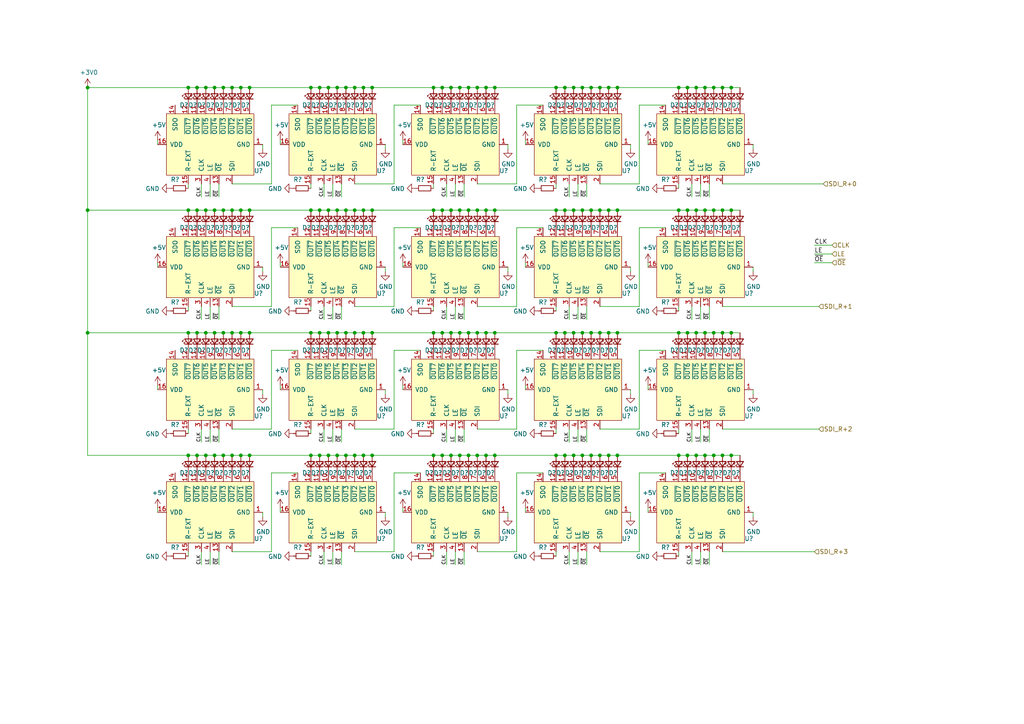
<source format=kicad_sch>
(kicad_sch (version 20211123) (generator eeschema)
  (paper "A4")
  (junction (at 54.61 60.96))
  (junction (at 97.79 25.4))
  (junction (at 59.69 96.52))
  (junction (at 100.33 25.4))
  (junction (at 138.43 60.96))
  (junction (at 69.85 25.4))
  (junction (at 143.51 96.52))
  (junction (at 95.25 96.52))
  (junction (at 130.81 96.52))
  (junction (at 171.45 25.4))
  (junction (at 62.23 96.52))
  (junction (at 168.91 96.52))
  (junction (at 166.37 60.96))
  (junction (at 166.37 132.08))
  (junction (at 125.73 25.4))
  (junction (at 57.15 60.96))
  (junction (at 59.69 60.96))
  (junction (at 133.35 60.96))
  (junction (at 54.61 96.52))
  (junction (at 102.87 132.08))
  (junction (at 62.23 25.4))
  (junction (at 72.39 25.4))
  (junction (at 207.01 132.08))
  (junction (at 207.01 60.96))
  (junction (at 212.09 25.4))
  (junction (at 173.99 96.52))
  (junction (at 95.25 25.4))
  (junction (at 140.97 60.96))
  (junction (at 173.99 25.4))
  (junction (at 57.15 25.4))
  (junction (at 107.95 96.52))
  (junction (at 135.89 60.96))
  (junction (at 209.55 60.96))
  (junction (at 201.93 132.08))
  (junction (at 168.91 132.08))
  (junction (at 95.25 60.96))
  (junction (at 64.77 60.96))
  (junction (at 204.47 60.96))
  (junction (at 201.93 60.96))
  (junction (at 171.45 96.52))
  (junction (at 179.07 96.52))
  (junction (at 97.79 60.96))
  (junction (at 179.07 132.08))
  (junction (at 207.01 25.4))
  (junction (at 64.77 25.4))
  (junction (at 72.39 60.96))
  (junction (at 128.27 25.4))
  (junction (at 57.15 96.52))
  (junction (at 105.41 96.52))
  (junction (at 67.31 60.96))
  (junction (at 176.53 96.52))
  (junction (at 54.61 132.08))
  (junction (at 102.87 60.96))
  (junction (at 135.89 132.08))
  (junction (at 133.35 25.4))
  (junction (at 163.83 132.08))
  (junction (at 176.53 132.08))
  (junction (at 173.99 60.96))
  (junction (at 102.87 25.4))
  (junction (at 25.4 96.52))
  (junction (at 107.95 60.96))
  (junction (at 92.71 96.52))
  (junction (at 163.83 25.4))
  (junction (at 212.09 96.52))
  (junction (at 176.53 25.4))
  (junction (at 97.79 96.52))
  (junction (at 171.45 132.08))
  (junction (at 62.23 60.96))
  (junction (at 161.29 60.96))
  (junction (at 179.07 25.4))
  (junction (at 199.39 96.52))
  (junction (at 212.09 132.08))
  (junction (at 64.77 132.08))
  (junction (at 92.71 132.08))
  (junction (at 138.43 132.08))
  (junction (at 128.27 132.08))
  (junction (at 166.37 25.4))
  (junction (at 133.35 132.08))
  (junction (at 196.85 60.96))
  (junction (at 90.17 25.4))
  (junction (at 128.27 60.96))
  (junction (at 201.93 96.52))
  (junction (at 196.85 96.52))
  (junction (at 168.91 25.4))
  (junction (at 212.09 60.96))
  (junction (at 57.15 132.08))
  (junction (at 64.77 96.52))
  (junction (at 176.53 60.96))
  (junction (at 107.95 25.4))
  (junction (at 143.51 132.08))
  (junction (at 135.89 25.4))
  (junction (at 171.45 60.96))
  (junction (at 161.29 25.4))
  (junction (at 67.31 132.08))
  (junction (at 168.91 60.96))
  (junction (at 138.43 25.4))
  (junction (at 209.55 96.52))
  (junction (at 69.85 96.52))
  (junction (at 100.33 132.08))
  (junction (at 97.79 132.08))
  (junction (at 100.33 60.96))
  (junction (at 130.81 25.4))
  (junction (at 163.83 60.96))
  (junction (at 166.37 96.52))
  (junction (at 54.61 25.4))
  (junction (at 196.85 132.08))
  (junction (at 95.25 132.08))
  (junction (at 92.71 25.4))
  (junction (at 201.93 25.4))
  (junction (at 125.73 60.96))
  (junction (at 207.01 96.52))
  (junction (at 72.39 132.08))
  (junction (at 140.97 96.52))
  (junction (at 179.07 60.96))
  (junction (at 209.55 132.08))
  (junction (at 199.39 60.96))
  (junction (at 59.69 132.08))
  (junction (at 105.41 132.08))
  (junction (at 140.97 132.08))
  (junction (at 72.39 96.52))
  (junction (at 140.97 25.4))
  (junction (at 204.47 96.52))
  (junction (at 135.89 96.52))
  (junction (at 67.31 25.4))
  (junction (at 90.17 132.08))
  (junction (at 67.31 96.52))
  (junction (at 143.51 25.4))
  (junction (at 138.43 96.52))
  (junction (at 128.27 96.52))
  (junction (at 105.41 25.4))
  (junction (at 163.83 96.52))
  (junction (at 199.39 132.08))
  (junction (at 105.41 60.96))
  (junction (at 204.47 25.4))
  (junction (at 125.73 96.52))
  (junction (at 196.85 25.4))
  (junction (at 161.29 96.52))
  (junction (at 107.95 132.08))
  (junction (at 25.4 25.4))
  (junction (at 25.4 60.96))
  (junction (at 209.55 25.4))
  (junction (at 143.51 60.96))
  (junction (at 130.81 60.96))
  (junction (at 62.23 132.08))
  (junction (at 90.17 96.52))
  (junction (at 69.85 132.08))
  (junction (at 133.35 96.52))
  (junction (at 90.17 60.96))
  (junction (at 69.85 60.96))
  (junction (at 92.71 60.96))
  (junction (at 59.69 25.4))
  (junction (at 130.81 132.08))
  (junction (at 125.73 132.08))
  (junction (at 100.33 96.52))
  (junction (at 199.39 25.4))
  (junction (at 102.87 96.52))
  (junction (at 204.47 132.08))
  (junction (at 173.99 132.08))
  (junction (at 161.29 132.08))
  (wire (pts (xy 185.42 30.48) (xy 185.42 53.34)))
  (wire (pts (xy 54.61 54.61) (xy 54.61 53.34)))
  (wire (pts (xy 76.2 43.18) (xy 76.2 41.91)))
  (wire (pts (xy 212.09 25.4) (xy 214.63 25.4)))
  (wire (pts (xy 78.74 30.48) (xy 78.74 53.34)))
  (wire (pts (xy 62.23 96.52) (xy 64.77 96.52)))
  (wire (pts (xy 173.99 96.52) (xy 176.53 96.52)))
  (wire (pts (xy 125.73 54.61) (xy 125.73 53.34)))
  (wire (pts (xy 132.08 124.46) (xy 132.08 128.27)))
  (wire (pts (xy 187.96 111.76) (xy 187.96 113.03)))
  (wire (pts (xy 199.39 60.96) (xy 201.93 60.96)))
  (wire (pts (xy 128.27 96.52) (xy 130.81 96.52)))
  (wire (pts (xy 218.44 77.47) (xy 218.44 78.74)))
  (wire (pts (xy 90.17 132.08) (xy 72.39 132.08)))
  (wire (pts (xy 129.54 53.34) (xy 129.54 57.15)))
  (wire (pts (xy 86.36 66.04) (xy 78.74 66.04)))
  (wire (pts (xy 196.85 60.96) (xy 179.07 60.96)))
  (wire (pts (xy 212.09 60.96) (xy 214.63 60.96)))
  (wire (pts (xy 182.88 77.47) (xy 182.88 78.74)))
  (wire (pts (xy 97.79 96.52) (xy 100.33 96.52)))
  (wire (pts (xy 90.17 96.52) (xy 72.39 96.52)))
  (wire (pts (xy 138.43 96.52) (xy 140.97 96.52)))
  (wire (pts (xy 173.99 60.96) (xy 176.53 60.96)))
  (wire (pts (xy 241.3 71.12) (xy 236.22 71.12)))
  (wire (pts (xy 149.86 101.6) (xy 149.86 124.46)))
  (wire (pts (xy 134.62 88.9) (xy 134.62 92.71)))
  (wire (pts (xy 132.08 160.02) (xy 132.08 163.83)))
  (wire (pts (xy 125.73 25.4) (xy 128.27 25.4)))
  (wire (pts (xy 196.85 132.08) (xy 199.39 132.08)))
  (wire (pts (xy 114.3 88.9) (xy 102.87 88.9)))
  (wire (pts (xy 171.45 25.4) (xy 173.99 25.4)))
  (wire (pts (xy 135.89 60.96) (xy 138.43 60.96)))
  (wire (pts (xy 135.89 96.52) (xy 138.43 96.52)))
  (wire (pts (xy 134.62 160.02) (xy 134.62 163.83)))
  (wire (pts (xy 212.09 132.08) (xy 214.63 132.08)))
  (wire (pts (xy 45.72 111.76) (xy 45.72 113.03)))
  (wire (pts (xy 63.5 160.02) (xy 63.5 163.83)))
  (wire (pts (xy 205.74 88.9) (xy 205.74 92.71)))
  (wire (pts (xy 138.43 132.08) (xy 140.97 132.08)))
  (wire (pts (xy 170.18 88.9) (xy 170.18 92.71)))
  (wire (pts (xy 135.89 132.08) (xy 138.43 132.08)))
  (wire (pts (xy 78.74 101.6) (xy 78.74 124.46)))
  (wire (pts (xy 54.61 25.4) (xy 57.15 25.4)))
  (wire (pts (xy 163.83 96.52) (xy 166.37 96.52)))
  (wire (pts (xy 130.81 60.96) (xy 133.35 60.96)))
  (wire (pts (xy 62.23 132.08) (xy 64.77 132.08)))
  (wire (pts (xy 58.42 53.34) (xy 58.42 57.15)))
  (wire (pts (xy 57.15 132.08) (xy 59.69 132.08)))
  (wire (pts (xy 166.37 25.4) (xy 168.91 25.4)))
  (wire (pts (xy 147.32 148.59) (xy 147.32 149.86)))
  (wire (pts (xy 59.69 25.4) (xy 62.23 25.4)))
  (wire (pts (xy 209.55 160.02) (xy 236.22 160.02)))
  (wire (pts (xy 62.23 60.96) (xy 64.77 60.96)))
  (wire (pts (xy 57.15 60.96) (xy 59.69 60.96)))
  (wire (pts (xy 45.72 76.2) (xy 45.72 77.47)))
  (wire (pts (xy 161.29 60.96) (xy 163.83 60.96)))
  (wire (pts (xy 165.1 88.9) (xy 165.1 92.71)))
  (wire (pts (xy 196.85 25.4) (xy 179.07 25.4)))
  (wire (pts (xy 78.74 160.02) (xy 67.31 160.02)))
  (wire (pts (xy 25.4 25.4) (xy 25.4 60.96)))
  (wire (pts (xy 111.76 77.47) (xy 111.76 78.74)))
  (wire (pts (xy 165.1 160.02) (xy 165.1 163.83)))
  (wire (pts (xy 63.5 124.46) (xy 63.5 128.27)))
  (wire (pts (xy 167.64 53.34) (xy 167.64 57.15)))
  (wire (pts (xy 64.77 60.96) (xy 67.31 60.96)))
  (wire (pts (xy 166.37 132.08) (xy 168.91 132.08)))
  (wire (pts (xy 140.97 60.96) (xy 143.51 60.96)))
  (wire (pts (xy 212.09 96.52) (xy 214.63 96.52)))
  (wire (pts (xy 205.74 160.02) (xy 205.74 163.83)))
  (wire (pts (xy 176.53 60.96) (xy 179.07 60.96)))
  (wire (pts (xy 99.06 124.46) (xy 99.06 128.27)))
  (wire (pts (xy 130.81 96.52) (xy 133.35 96.52)))
  (wire (pts (xy 90.17 96.52) (xy 92.71 96.52)))
  (wire (pts (xy 114.3 160.02) (xy 102.87 160.02)))
  (wire (pts (xy 133.35 96.52) (xy 135.89 96.52)))
  (wire (pts (xy 54.61 161.29) (xy 54.61 160.02)))
  (wire (pts (xy 90.17 161.29) (xy 90.17 160.02)))
  (wire (pts (xy 209.55 124.46) (xy 237.49 124.46)))
  (wire (pts (xy 218.44 148.59) (xy 218.44 149.86)))
  (wire (pts (xy 97.79 60.96) (xy 100.33 60.96)))
  (wire (pts (xy 116.84 40.64) (xy 116.84 41.91)))
  (wire (pts (xy 200.66 124.46) (xy 200.66 128.27)))
  (wire (pts (xy 81.28 111.76) (xy 81.28 113.03)))
  (wire (pts (xy 129.54 88.9) (xy 129.54 92.71)))
  (wire (pts (xy 116.84 76.2) (xy 116.84 77.47)))
  (wire (pts (xy 96.52 160.02) (xy 96.52 163.83)))
  (wire (pts (xy 114.3 124.46) (xy 102.87 124.46)))
  (wire (pts (xy 96.52 53.34) (xy 96.52 57.15)))
  (wire (pts (xy 196.85 54.61) (xy 196.85 53.34)))
  (wire (pts (xy 209.55 60.96) (xy 212.09 60.96)))
  (wire (pts (xy 173.99 25.4) (xy 176.53 25.4)))
  (wire (pts (xy 182.88 148.59) (xy 182.88 149.86)))
  (wire (pts (xy 185.42 66.04) (xy 185.42 88.9)))
  (wire (pts (xy 196.85 96.52) (xy 199.39 96.52)))
  (wire (pts (xy 128.27 132.08) (xy 130.81 132.08)))
  (wire (pts (xy 209.55 25.4) (xy 212.09 25.4)))
  (wire (pts (xy 149.86 53.34) (xy 138.43 53.34)))
  (wire (pts (xy 57.15 96.52) (xy 59.69 96.52)))
  (wire (pts (xy 92.71 60.96) (xy 95.25 60.96)))
  (wire (pts (xy 54.61 96.52) (xy 57.15 96.52)))
  (wire (pts (xy 185.42 160.02) (xy 173.99 160.02)))
  (wire (pts (xy 114.3 66.04) (xy 114.3 88.9)))
  (wire (pts (xy 187.96 40.64) (xy 187.96 41.91)))
  (wire (pts (xy 125.73 96.52) (xy 107.95 96.52)))
  (wire (pts (xy 78.74 53.34) (xy 67.31 53.34)))
  (wire (pts (xy 193.04 137.16) (xy 185.42 137.16)))
  (wire (pts (xy 149.86 137.16) (xy 149.86 160.02)))
  (wire (pts (xy 78.74 88.9) (xy 67.31 88.9)))
  (wire (pts (xy 102.87 25.4) (xy 105.41 25.4)))
  (wire (pts (xy 168.91 132.08) (xy 171.45 132.08)))
  (wire (pts (xy 204.47 96.52) (xy 207.01 96.52)))
  (wire (pts (xy 128.27 25.4) (xy 130.81 25.4)))
  (wire (pts (xy 209.55 132.08) (xy 212.09 132.08)))
  (wire (pts (xy 167.64 88.9) (xy 167.64 92.71)))
  (wire (pts (xy 64.77 25.4) (xy 67.31 25.4)))
  (wire (pts (xy 121.92 30.48) (xy 114.3 30.48)))
  (wire (pts (xy 203.2 160.02) (xy 203.2 163.83)))
  (wire (pts (xy 203.2 53.34) (xy 203.2 57.15)))
  (wire (pts (xy 129.54 124.46) (xy 129.54 128.27)))
  (wire (pts (xy 92.71 25.4) (xy 95.25 25.4)))
  (wire (pts (xy 62.23 25.4) (xy 64.77 25.4)))
  (wire (pts (xy 125.73 90.17) (xy 125.73 88.9)))
  (wire (pts (xy 168.91 25.4) (xy 171.45 25.4)))
  (wire (pts (xy 90.17 54.61) (xy 90.17 53.34)))
  (wire (pts (xy 102.87 60.96) (xy 105.41 60.96)))
  (wire (pts (xy 105.41 132.08) (xy 107.95 132.08)))
  (wire (pts (xy 105.41 25.4) (xy 107.95 25.4)))
  (wire (pts (xy 166.37 96.52) (xy 168.91 96.52)))
  (wire (pts (xy 69.85 60.96) (xy 72.39 60.96)))
  (wire (pts (xy 92.71 96.52) (xy 95.25 96.52)))
  (wire (pts (xy 97.79 25.4) (xy 100.33 25.4)))
  (wire (pts (xy 241.3 76.2) (xy 236.22 76.2)))
  (wire (pts (xy 138.43 25.4) (xy 140.97 25.4)))
  (wire (pts (xy 58.42 88.9) (xy 58.42 92.71)))
  (wire (pts (xy 81.28 40.64) (xy 81.28 41.91)))
  (wire (pts (xy 125.73 60.96) (xy 128.27 60.96)))
  (wire (pts (xy 76.2 114.3) (xy 76.2 113.03)))
  (wire (pts (xy 193.04 66.04) (xy 185.42 66.04)))
  (wire (pts (xy 157.48 137.16) (xy 149.86 137.16)))
  (wire (pts (xy 149.86 88.9) (xy 138.43 88.9)))
  (wire (pts (xy 140.97 96.52) (xy 143.51 96.52)))
  (wire (pts (xy 128.27 60.96) (xy 130.81 60.96)))
  (wire (pts (xy 121.92 66.04) (xy 114.3 66.04)))
  (wire (pts (xy 111.76 41.91) (xy 111.76 43.18)))
  (wire (pts (xy 134.62 53.34) (xy 134.62 57.15)))
  (wire (pts (xy 167.64 124.46) (xy 167.64 128.27)))
  (wire (pts (xy 132.08 53.34) (xy 132.08 57.15)))
  (wire (pts (xy 25.4 132.08) (xy 25.4 96.52)))
  (wire (pts (xy 165.1 124.46) (xy 165.1 128.27)))
  (wire (pts (xy 93.98 124.46) (xy 93.98 128.27)))
  (wire (pts (xy 67.31 132.08) (xy 69.85 132.08)))
  (wire (pts (xy 81.28 147.32) (xy 81.28 148.59)))
  (wire (pts (xy 168.91 96.52) (xy 171.45 96.52)))
  (wire (pts (xy 218.44 113.03) (xy 218.44 114.3)))
  (wire (pts (xy 166.37 60.96) (xy 168.91 60.96)))
  (wire (pts (xy 161.29 132.08) (xy 163.83 132.08)))
  (wire (pts (xy 196.85 132.08) (xy 179.07 132.08)))
  (wire (pts (xy 57.15 25.4) (xy 59.69 25.4)))
  (wire (pts (xy 171.45 60.96) (xy 173.99 60.96)))
  (wire (pts (xy 102.87 132.08) (xy 105.41 132.08)))
  (wire (pts (xy 67.31 25.4) (xy 69.85 25.4)))
  (wire (pts (xy 196.85 125.73) (xy 196.85 124.46)))
  (wire (pts (xy 86.36 137.16) (xy 78.74 137.16)))
  (wire (pts (xy 133.35 60.96) (xy 135.89 60.96)))
  (wire (pts (xy 207.01 132.08) (xy 209.55 132.08)))
  (wire (pts (xy 58.42 124.46) (xy 58.42 128.27)))
  (wire (pts (xy 59.69 96.52) (xy 62.23 96.52)))
  (wire (pts (xy 60.96 160.02) (xy 60.96 163.83)))
  (wire (pts (xy 78.74 124.46) (xy 67.31 124.46)))
  (wire (pts (xy 163.83 25.4) (xy 166.37 25.4)))
  (wire (pts (xy 59.69 60.96) (xy 62.23 60.96)))
  (wire (pts (xy 193.04 30.48) (xy 185.42 30.48)))
  (wire (pts (xy 161.29 25.4) (xy 163.83 25.4)))
  (wire (pts (xy 196.85 60.96) (xy 199.39 60.96)))
  (wire (pts (xy 147.32 77.47) (xy 147.32 78.74)))
  (wire (pts (xy 90.17 60.96) (xy 92.71 60.96)))
  (wire (pts (xy 95.25 25.4) (xy 97.79 25.4)))
  (wire (pts (xy 163.83 132.08) (xy 166.37 132.08)))
  (wire (pts (xy 59.69 132.08) (xy 62.23 132.08)))
  (wire (pts (xy 69.85 132.08) (xy 72.39 132.08)))
  (wire (pts (xy 125.73 125.73) (xy 125.73 124.46)))
  (wire (pts (xy 161.29 132.08) (xy 143.51 132.08)))
  (wire (pts (xy 95.25 132.08) (xy 97.79 132.08)))
  (wire (pts (xy 199.39 96.52) (xy 201.93 96.52)))
  (wire (pts (xy 241.3 73.66) (xy 236.22 73.66)))
  (wire (pts (xy 187.96 76.2) (xy 187.96 77.47)))
  (wire (pts (xy 138.43 60.96) (xy 140.97 60.96)))
  (wire (pts (xy 121.92 101.6) (xy 114.3 101.6)))
  (wire (pts (xy 201.93 60.96) (xy 204.47 60.96)))
  (wire (pts (xy 60.96 124.46) (xy 60.96 128.27)))
  (wire (pts (xy 204.47 60.96) (xy 207.01 60.96)))
  (wire (pts (xy 125.73 25.4) (xy 107.95 25.4)))
  (wire (pts (xy 204.47 25.4) (xy 207.01 25.4)))
  (wire (pts (xy 130.81 25.4) (xy 133.35 25.4)))
  (wire (pts (xy 173.99 132.08) (xy 176.53 132.08)))
  (wire (pts (xy 200.66 160.02) (xy 200.66 163.83)))
  (wire (pts (xy 171.45 132.08) (xy 173.99 132.08)))
  (wire (pts (xy 54.61 132.08) (xy 25.4 132.08)))
  (wire (pts (xy 54.61 125.73) (xy 54.61 124.46)))
  (wire (pts (xy 152.4 40.64) (xy 152.4 41.91)))
  (wire (pts (xy 201.93 132.08) (xy 204.47 132.08)))
  (wire (pts (xy 167.64 160.02) (xy 167.64 163.83)))
  (wire (pts (xy 205.74 53.34) (xy 205.74 57.15)))
  (wire (pts (xy 204.47 132.08) (xy 207.01 132.08)))
  (wire (pts (xy 105.41 96.52) (xy 107.95 96.52)))
  (wire (pts (xy 45.72 147.32) (xy 45.72 148.59)))
  (wire (pts (xy 45.72 40.64) (xy 45.72 41.91)))
  (wire (pts (xy 129.54 160.02) (xy 129.54 163.83)))
  (wire (pts (xy 63.5 53.34) (xy 63.5 57.15)))
  (wire (pts (xy 90.17 90.17) (xy 90.17 88.9)))
  (wire (pts (xy 152.4 111.76) (xy 152.4 113.03)))
  (wire (pts (xy 196.85 25.4) (xy 199.39 25.4)))
  (wire (pts (xy 200.66 88.9) (xy 200.66 92.71)))
  (wire (pts (xy 99.06 53.34) (xy 99.06 57.15)))
  (wire (pts (xy 134.62 124.46) (xy 134.62 128.27)))
  (wire (pts (xy 161.29 161.29) (xy 161.29 160.02)))
  (wire (pts (xy 152.4 147.32) (xy 152.4 148.59)))
  (wire (pts (xy 64.77 132.08) (xy 67.31 132.08)))
  (wire (pts (xy 182.88 113.03) (xy 182.88 114.3)))
  (wire (pts (xy 196.85 96.52) (xy 179.07 96.52)))
  (wire (pts (xy 67.31 96.52) (xy 69.85 96.52)))
  (wire (pts (xy 201.93 25.4) (xy 204.47 25.4)))
  (wire (pts (xy 203.2 88.9) (xy 203.2 92.71)))
  (wire (pts (xy 171.45 96.52) (xy 173.99 96.52)))
  (wire (pts (xy 130.81 132.08) (xy 133.35 132.08)))
  (wire (pts (xy 125.73 161.29) (xy 125.73 160.02)))
  (wire (pts (xy 96.52 124.46) (xy 96.52 128.27)))
  (wire (pts (xy 207.01 96.52) (xy 209.55 96.52)))
  (wire (pts (xy 76.2 78.74) (xy 76.2 77.47)))
  (wire (pts (xy 54.61 90.17) (xy 54.61 88.9)))
  (wire (pts (xy 196.85 90.17) (xy 196.85 88.9)))
  (wire (pts (xy 140.97 25.4) (xy 143.51 25.4)))
  (wire (pts (xy 218.44 41.91) (xy 218.44 43.18)))
  (wire (pts (xy 176.53 96.52) (xy 179.07 96.52)))
  (wire (pts (xy 90.17 125.73) (xy 90.17 124.46)))
  (wire (pts (xy 102.87 96.52) (xy 105.41 96.52)))
  (wire (pts (xy 147.32 41.91) (xy 147.32 43.18)))
  (wire (pts (xy 185.42 101.6) (xy 185.42 124.46)))
  (wire (pts (xy 116.84 147.32) (xy 116.84 148.59)))
  (wire (pts (xy 161.29 54.61) (xy 161.29 53.34)))
  (wire (pts (xy 54.61 60.96) (xy 25.4 60.96)))
  (wire (pts (xy 170.18 160.02) (xy 170.18 163.83)))
  (wire (pts (xy 100.33 96.52) (xy 102.87 96.52)))
  (wire (pts (xy 64.77 96.52) (xy 67.31 96.52)))
  (wire (pts (xy 93.98 53.34) (xy 93.98 57.15)))
  (wire (pts (xy 207.01 25.4) (xy 209.55 25.4)))
  (wire (pts (xy 135.89 25.4) (xy 138.43 25.4)))
  (wire (pts (xy 193.04 101.6) (xy 185.42 101.6)))
  (wire (pts (xy 132.08 88.9) (xy 132.08 92.71)))
  (wire (pts (xy 185.42 124.46) (xy 173.99 124.46)))
  (wire (pts (xy 63.5 88.9) (xy 63.5 92.71)))
  (wire (pts (xy 161.29 90.17) (xy 161.29 88.9)))
  (wire (pts (xy 125.73 132.08) (xy 128.27 132.08)))
  (wire (pts (xy 149.86 124.46) (xy 138.43 124.46)))
  (wire (pts (xy 205.74 124.46) (xy 205.74 128.27)))
  (wire (pts (xy 100.33 25.4) (xy 102.87 25.4)))
  (wire (pts (xy 165.1 53.34) (xy 165.1 57.15)))
  (wire (pts (xy 105.41 60.96) (xy 107.95 60.96)))
  (wire (pts (xy 99.06 88.9) (xy 99.06 92.71)))
  (wire (pts (xy 92.71 132.08) (xy 95.25 132.08)))
  (wire (pts (xy 157.48 30.48) (xy 149.86 30.48)))
  (wire (pts (xy 152.4 76.2) (xy 152.4 77.47)))
  (wire (pts (xy 95.25 60.96) (xy 97.79 60.96)))
  (wire (pts (xy 140.97 132.08) (xy 143.51 132.08)))
  (wire (pts (xy 133.35 132.08) (xy 135.89 132.08)))
  (wire (pts (xy 25.4 25.4) (xy 54.61 25.4)))
  (wire (pts (xy 69.85 96.52) (xy 72.39 96.52)))
  (wire (pts (xy 76.2 149.86) (xy 76.2 148.59)))
  (wire (pts (xy 157.48 101.6) (xy 149.86 101.6)))
  (wire (pts (xy 185.42 137.16) (xy 185.42 160.02)))
  (wire (pts (xy 81.28 76.2) (xy 81.28 77.47)))
  (wire (pts (xy 125.73 60.96) (xy 107.95 60.96)))
  (wire (pts (xy 161.29 25.4) (xy 143.51 25.4)))
  (wire (pts (xy 207.01 60.96) (xy 209.55 60.96)))
  (wire (pts (xy 182.88 41.91) (xy 182.88 43.18)))
  (wire (pts (xy 99.06 160.02) (xy 99.06 163.83)))
  (wire (pts (xy 203.2 124.46) (xy 203.2 128.27)))
  (wire (pts (xy 86.36 101.6) (xy 78.74 101.6)))
  (wire (pts (xy 209.55 96.52) (xy 212.09 96.52)))
  (wire (pts (xy 161.29 60.96) (xy 143.51 60.96)))
  (wire (pts (xy 121.92 137.16) (xy 114.3 137.16)))
  (wire (pts (xy 100.33 132.08) (xy 102.87 132.08)))
  (wire (pts (xy 161.29 96.52) (xy 163.83 96.52)))
  (wire (pts (xy 149.86 30.48) (xy 149.86 53.34)))
  (wire (pts (xy 187.96 147.32) (xy 187.96 148.59)))
  (wire (pts (xy 149.86 66.04) (xy 149.86 88.9)))
  (wire (pts (xy 95.25 96.52) (xy 97.79 96.52)))
  (wire (pts (xy 176.53 25.4) (xy 179.07 25.4)))
  (wire (pts (xy 149.86 160.02) (xy 138.43 160.02)))
  (wire (pts (xy 111.76 113.03) (xy 111.76 114.3)))
  (wire (pts (xy 97.79 132.08) (xy 100.33 132.08)))
  (wire (pts (xy 60.96 53.34) (xy 60.96 57.15)))
  (wire (pts (xy 125.73 96.52) (xy 128.27 96.52)))
  (wire (pts (xy 161.29 96.52) (xy 143.51 96.52)))
  (wire (pts (xy 176.53 132.08) (xy 179.07 132.08)))
  (wire (pts (xy 96.52 88.9) (xy 96.52 92.71)))
  (wire (pts (xy 196.85 161.29) (xy 196.85 160.02)))
  (wire (pts (xy 114.3 101.6) (xy 114.3 124.46)))
  (wire (pts (xy 100.33 60.96) (xy 102.87 60.96)))
  (wire (pts (xy 93.98 160.02) (xy 93.98 163.83)))
  (wire (pts (xy 238.76 53.34) (xy 209.55 53.34)))
  (wire (pts (xy 200.66 53.34) (xy 200.66 57.15)))
  (wire (pts (xy 199.39 25.4) (xy 201.93 25.4)))
  (wire (pts (xy 114.3 30.48) (xy 114.3 53.34)))
  (wire (pts (xy 168.91 60.96) (xy 171.45 60.96)))
  (wire (pts (xy 69.85 25.4) (xy 72.39 25.4)))
  (wire (pts (xy 163.83 60.96) (xy 166.37 60.96)))
  (wire (pts (xy 54.61 60.96) (xy 57.15 60.96)))
  (wire (pts (xy 90.17 25.4) (xy 92.71 25.4)))
  (wire (pts (xy 25.4 60.96) (xy 25.4 96.52)))
  (wire (pts (xy 170.18 124.46) (xy 170.18 128.27)))
  (wire (pts (xy 54.61 96.52) (xy 25.4 96.52)))
  (wire (pts (xy 78.74 66.04) (xy 78.74 88.9)))
  (wire (pts (xy 185.42 53.34) (xy 173.99 53.34)))
  (wire (pts (xy 67.31 60.96) (xy 69.85 60.96)))
  (wire (pts (xy 201.93 96.52) (xy 204.47 96.52)))
  (wire (pts (xy 93.98 88.9) (xy 93.98 92.71)))
  (wire (pts (xy 111.76 148.59) (xy 111.76 149.86)))
  (wire (pts (xy 54.61 132.08) (xy 57.15 132.08)))
  (wire (pts (xy 86.36 30.48) (xy 78.74 30.48)))
  (wire (pts (xy 199.39 132.08) (xy 201.93 132.08)))
  (wire (pts (xy 114.3 53.34) (xy 102.87 53.34)))
  (wire (pts (xy 114.3 137.16) (xy 114.3 160.02)))
  (wire (pts (xy 90.17 132.08) (xy 92.71 132.08)))
  (wire (pts (xy 157.48 66.04) (xy 149.86 66.04)))
  (wire (pts (xy 58.42 160.02) (xy 58.42 163.83)))
  (wire (pts (xy 209.55 88.9) (xy 237.49 88.9)))
  (wire (pts (xy 90.17 60.96) (xy 72.39 60.96)))
  (wire (pts (xy 161.29 125.73) (xy 161.29 124.46)))
  (wire (pts (xy 72.39 25.4) (xy 90.17 25.4)))
  (wire (pts (xy 170.18 53.34) (xy 170.18 57.15)))
  (wire (pts (xy 78.74 137.16) (xy 78.74 160.02)))
  (wire (pts (xy 125.73 132.08) (xy 107.95 132.08)))
  (wire (pts (xy 133.35 25.4) (xy 135.89 25.4)))
  (wire (pts (xy 185.42 88.9) (xy 173.99 88.9)))
  (wire (pts (xy 147.32 113.03) (xy 147.32 114.3)))
  (wire (pts (xy 60.96 88.9) (xy 60.96 92.71)))
  (wire (pts (xy 116.84 111.76) (xy 116.84 113.03)))
  (label "~{OE}" (at 134.62 57.15 90) (effects (font (size 0.9906 0.9906))))
  (label "~{OE}" (at 170.18 92.71 90) (effects (font (size 0.9906 0.9906))))
  (label "~{OE}" (at 63.5 128.27 90) (effects (font (size 0.9906 0.9906))))
  (label "LE" (at 203.2 57.15 90) (effects (font (size 0.9906 0.9906))))
  (label "CLK" (at 129.54 128.27 90) (effects (font (size 0.9906 0.9906))))
  (label "~{OE}" (at 63.5 163.83 90) (effects (font (size 0.9906 0.9906))))
  (label "LE" (at 60.96 57.15 90) (effects (font (size 0.9906 0.9906))))
  (label "LE" (at 96.52 128.27 90) (effects (font (size 0.9906 0.9906))))
  (label "CLK" (at 58.42 128.27 90) (effects (font (size 0.9906 0.9906))))
  (label "CLK" (at 200.66 163.83 90) (effects (font (size 0.9906 0.9906))))
  (label "LE" (at 236.22 73.66 0))
  (label "CLK" (at 93.98 128.27 90) (effects (font (size 0.9906 0.9906))))
  (label "CLK" (at 93.98 163.83 90) (effects (font (size 0.9906 0.9906))))
  (label "~{OE}" (at 170.18 128.27 90) (effects (font (size 0.9906 0.9906))))
  (label "CLK" (at 236.22 71.12 0))
  (label "CLK" (at 165.1 128.27 90) (effects (font (size 0.9906 0.9906))))
  (label "~{OE}" (at 134.62 128.27 90) (effects (font (size 0.9906 0.9906))))
  (label "~{OE}" (at 134.62 92.71 90) (effects (font (size 0.9906 0.9906))))
  (label "LE" (at 203.2 128.27 90) (effects (font (size 0.9906 0.9906))))
  (label "~{OE}" (at 236.22 76.2 0))
  (label "CLK" (at 58.42 163.83 90) (effects (font (size 0.9906 0.9906))))
  (label "CLK" (at 129.54 163.83 90) (effects (font (size 0.9906 0.9906))))
  (label "LE" (at 167.64 163.83 90) (effects (font (size 0.9906 0.9906))))
  (label "LE" (at 132.08 92.71 90) (effects (font (size 0.9906 0.9906))))
  (label "CLK" (at 129.54 92.71 90) (effects (font (size 0.9906 0.9906))))
  (label "CLK" (at 165.1 163.83 90) (effects (font (size 0.9906 0.9906))))
  (label "~{OE}" (at 134.62 163.83 90) (effects (font (size 0.9906 0.9906))))
  (label "CLK" (at 200.66 57.15 90) (effects (font (size 0.9906 0.9906))))
  (label "CLK" (at 200.66 92.71 90) (effects (font (size 0.9906 0.9906))))
  (label "LE" (at 96.52 163.83 90) (effects (font (size 0.9906 0.9906))))
  (label "~{OE}" (at 99.06 163.83 90) (effects (font (size 0.9906 0.9906))))
  (label "LE" (at 60.96 92.71 90) (effects (font (size 0.9906 0.9906))))
  (label "~{OE}" (at 205.74 128.27 90) (effects (font (size 0.9906 0.9906))))
  (label "~{OE}" (at 170.18 163.83 90) (effects (font (size 0.9906 0.9906))))
  (label "LE" (at 132.08 163.83 90) (effects (font (size 0.9906 0.9906))))
  (label "LE" (at 96.52 92.71 90) (effects (font (size 0.9906 0.9906))))
  (label "LE" (at 96.52 57.15 90) (effects (font (size 0.9906 0.9906))))
  (label "~{OE}" (at 205.74 163.83 90) (effects (font (size 0.9906 0.9906))))
  (label "LE" (at 167.64 92.71 90) (effects (font (size 0.9906 0.9906))))
  (label "~{OE}" (at 63.5 57.15 90) (effects (font (size 0.9906 0.9906))))
  (label "~{OE}" (at 170.18 57.15 90) (effects (font (size 0.9906 0.9906))))
  (label "LE" (at 167.64 128.27 90) (effects (font (size 0.9906 0.9906))))
  (label "LE" (at 203.2 92.71 90) (effects (font (size 0.9906 0.9906))))
  (label "CLK" (at 165.1 92.71 90) (effects (font (size 0.9906 0.9906))))
  (label "CLK" (at 129.54 57.15 90) (effects (font (size 0.9906 0.9906))))
  (label "LE" (at 132.08 57.15 90) (effects (font (size 0.9906 0.9906))))
  (label "LE" (at 60.96 163.83 90) (effects (font (size 0.9906 0.9906))))
  (label "LE" (at 60.96 128.27 90) (effects (font (size 0.9906 0.9906))))
  (label "~{OE}" (at 99.06 92.71 90) (effects (font (size 0.9906 0.9906))))
  (label "CLK" (at 58.42 92.71 90) (effects (font (size 0.9906 0.9906))))
  (label "LE" (at 132.08 128.27 90) (effects (font (size 0.9906 0.9906))))
  (label "~{OE}" (at 205.74 92.71 90) (effects (font (size 0.9906 0.9906))))
  (label "CLK" (at 200.66 128.27 90) (effects (font (size 0.9906 0.9906))))
  (label "CLK" (at 165.1 57.15 90) (effects (font (size 0.9906 0.9906))))
  (label "LE" (at 167.64 57.15 90) (effects (font (size 0.9906 0.9906))))
  (label "CLK" (at 93.98 57.15 90) (effects (font (size 0.9906 0.9906))))
  (label "~{OE}" (at 99.06 128.27 90) (effects (font (size 0.9906 0.9906))))
  (label "CLK" (at 93.98 92.71 90) (effects (font (size 0.9906 0.9906))))
  (label "~{OE}" (at 99.06 57.15 90) (effects (font (size 0.9906 0.9906))))
  (label "~{OE}" (at 205.74 57.15 90) (effects (font (size 0.9906 0.9906))))
  (label "LE" (at 203.2 163.83 90) (effects (font (size 0.9906 0.9906))))
  (label "~{OE}" (at 63.5 92.71 90) (effects (font (size 0.9906 0.9906))))
  (label "CLK" (at 58.42 57.15 90) (effects (font (size 0.9906 0.9906))))
  (hierarchical_label "SDI_R+1" (shape input) (at 237.49 88.9 0))
  (hierarchical_label "~{OE}" (shape input) (at 241.3 76.2 0))
  (hierarchical_label "SDI_R+3" (shape input) (at 236.22 160.02 0))
  (hierarchical_label "SDI_R+0" (shape input) (at 238.76 53.34 0))
  (hierarchical_label "CLK" (shape input) (at 241.3 71.12 0))
  (hierarchical_label "SDI_R+2" (shape input) (at 237.49 124.46 0))
  (hierarchical_label "LE" (shape input) (at 241.3 73.66 0))
  (symbol (lib_id "LedMatrixBusLarge-rescue:MBI5167G-LedDriverIc") (at 60.96 148.59 90) (unit 1)
    (property "Reference" "U?" (at 73.66 156.21 90) (effects (justify right)))
  )
  (symbol (lib_id "LedMatrixBusLarge-rescue:MBI5167G-LedDriverIc") (at 167.64 148.59 90) (unit 1)
    (property "Reference" "U?" (at 180.34 156.21 90) (effects (justify right)))
  )
  (symbol (lib_id "LedMatrixBusLarge-rescue:MBI5167G-LedDriverIc") (at 203.2 148.59 90) (unit 1)
    (property "Reference" "U?" (at 215.9 156.21 90) (effects (justify right)))
  )
  (symbol (lib_id "power:+5V") (at 187.96 111.76 0) (unit 1)
    (property "Reference" "#PWR?" (effects hide))
  )
  (symbol (lib_id "power:GND") (at 218.44 114.3 0) (unit 1)
    (property "Reference" "#PWR?" (effects hide))
  )
  (symbol (lib_id "LedMatrixBusLarge-rescue:MBI5167G-LedDriverIc") (at 167.64 77.47 90) (unit 1)
    (property "Reference" "U?" (at 180.34 85.09 90) (effects (justify right)))
  )
  (symbol (lib_id "power:GND") (at 182.88 78.74 0) (unit 1)
    (property "Reference" "#PWR?" (effects hide))
  )
  (symbol (lib_id "LedMatrixBusLarge-rescue:MBI5167G-LedDriverIc") (at 203.2 77.47 90) (unit 1)
    (property "Reference" "U?" (at 215.9 85.09 90) (effects (justify right)))
  )
  (symbol (lib_id "power:GND") (at 218.44 78.74 0) (unit 1)
    (property "Reference" "#PWR?" (effects hide))
  )
  (symbol (lib_id "power:GND") (at 76.2 78.74 0) (unit 1)
    (property "Reference" "#PWR?" (effects hide))
  )
  (symbol (lib_id "LedMatrixBusLarge-rescue:MBI5167G-LedDriverIc") (at 60.96 41.91 90) (unit 1)
    (property "Reference" "U?" (at 73.66 49.53 90) (effects (justify right)))
  )
  (symbol (lib_id "power:GND") (at 76.2 43.18 0) (unit 1)
    (property "Reference" "#PWR?" (effects hide))
  )
  (symbol (lib_id "Device:LED_Small") (at 64.77 27.94 90) (unit 1)
    (property "Reference" "D?" (at 62.23 30.48 90) (effects (justify right)))
  )
  (symbol (lib_id "Device:LED_Small") (at 105.41 27.94 90) (unit 1)
    (property "Reference" "D?" (at 102.87 30.48 90) (effects (justify right)))
  )
  (symbol (lib_id "Device:LED_Small") (at 143.51 27.94 90) (unit 1)
    (property "Reference" "D?" (at 140.97 30.48 90) (effects (justify right)))
  )
  (symbol (lib_id "Device:LED_Small") (at 171.45 27.94 90) (unit 1)
    (property "Reference" "D?" (at 168.91 30.48 90) (effects (justify right)))
  )
  (symbol (lib_id "Device:LED_Small") (at 207.01 27.94 90) (unit 1)
    (property "Reference" "D?" (at 204.47 30.48 90) (effects (justify right)))
  )
  (symbol (lib_id "Device:LED_Small") (at 54.61 63.5 90) (unit 1)
    (property "Reference" "D?" (at 52.07 66.04 90) (effects (justify right)))
  )
  (symbol (lib_id "Device:LED_Small") (at 95.25 63.5 90) (unit 1)
    (property "Reference" "D?" (at 92.71 66.04 90) (effects (justify right)))
  )
  (symbol (lib_id "Device:LED_Small") (at 97.79 63.5 90) (unit 1)
    (property "Reference" "D?" (at 95.25 66.04 90) (effects (justify right)))
  )
  (symbol (lib_id "Device:LED_Small") (at 100.33 63.5 90) (unit 1)
    (property "Reference" "D?" (at 97.79 66.04 90) (effects (justify right)))
  )
  (symbol (lib_id "Device:LED_Small") (at 105.41 63.5 90) (unit 1)
    (property "Reference" "D?" (at 102.87 66.04 90) (effects (justify right)))
  )
  (symbol (lib_id "Device:LED_Small") (at 135.89 63.5 90) (unit 1)
    (property "Reference" "D?" (at 133.35 66.04 90) (effects (justify right)))
  )
  (symbol (lib_id "Device:LED_Small") (at 138.43 63.5 90) (unit 1)
    (property "Reference" "D?" (at 135.89 66.04 90) (effects (justify right)))
  )
  (symbol (lib_id "Device:LED_Small") (at 140.97 63.5 90) (unit 1)
    (property "Reference" "D?" (at 138.43 66.04 90) (effects (justify right)))
  )
  (symbol (lib_id "Device:LED_Small") (at 69.85 99.06 90) (unit 1)
    (property "Reference" "D?" (at 67.31 101.6 90) (effects (justify right)))
  )
  (symbol (lib_id "Device:LED_Small") (at 130.81 99.06 90) (unit 1)
    (property "Reference" "D?" (at 128.27 101.6 90) (effects (justify right)))
  )
  (symbol (lib_id "Device:LED_Small") (at 135.89 99.06 90) (unit 1)
    (property "Reference" "D?" (at 133.35 101.6 90) (effects (justify right)))
  )
  (symbol (lib_id "Device:LED_Small") (at 138.43 99.06 90) (unit 1)
    (property "Reference" "D?" (at 135.89 101.6 90) (effects (justify right)))
  )
  (symbol (lib_id "Device:LED_Small") (at 143.51 99.06 90) (unit 1)
    (property "Reference" "D?" (at 140.97 101.6 90) (effects (justify right)))
  )
  (symbol (lib_id "Device:LED_Small") (at 179.07 99.06 90) (unit 1)
    (property "Reference" "D?" (at 176.53 101.6 90) (effects (justify right)))
  )
  (symbol (lib_id "Device:LED_Small") (at 207.01 99.06 90) (unit 1)
    (property "Reference" "D?" (at 204.47 101.6 90) (effects (justify right)))
  )
  (symbol (lib_id "Device:LED_Small") (at 67.31 134.62 90) (unit 1)
    (property "Reference" "D?" (at 64.77 137.16 90) (effects (justify right)))
  )
  (symbol (lib_id "Device:LED_Small") (at 69.85 134.62 90) (unit 1)
    (property "Reference" "D?" (at 67.31 137.16 90) (effects (justify right)))
  )
  (symbol (lib_id "Device:LED_Small") (at 72.39 134.62 90) (unit 1)
    (property "Reference" "D?" (at 69.85 137.16 90) (effects (justify right)))
  )
  (symbol (lib_id "Device:LED_Small") (at 90.17 134.62 90) (unit 1)
    (property "Reference" "D?" (at 87.63 137.16 90) (effects (justify right)))
  )
  (symbol (lib_id "Device:LED_Small") (at 102.87 134.62 90) (unit 1)
    (property "Reference" "D?" (at 100.33 137.16 90) (effects (justify right)))
  )
  (symbol (lib_id "Device:LED_Small") (at 125.73 134.62 90) (unit 1)
    (property "Reference" "D?" (at 123.19 137.16 90) (effects (justify right)))
  )
  (symbol (lib_id "Device:LED_Small") (at 163.83 134.62 90) (unit 1)
    (property "Reference" "D?" (at 161.29 137.16 90) (effects (justify right)))
  )
  (symbol (lib_id "Device:LED_Small") (at 166.37 134.62 90) (unit 1)
    (property "Reference" "D?" (at 163.83 137.16 90) (effects (justify right)))
  )
  (symbol (lib_id "Device:LED_Small") (at 168.91 134.62 90) (unit 1)
    (property "Reference" "D?" (at 166.37 137.16 90) (effects (justify right)))
  )
  (symbol (lib_id "Device:R_Small") (at 194.31 54.61 270) (unit 1)
    (property "Reference" "R?" (at 193.04 52.07 90))
  )
  (symbol (lib_id "power:GND") (at 49.53 54.61 270) (unit 1)
    (property "Reference" "#PWR?" (effects hide))
  )
  (symbol (lib_id "power:GND") (at 120.65 54.61 270) (unit 1)
    (property "Reference" "#PWR?" (effects hide))
  )
  (symbol (lib_id "power:GND") (at 156.21 54.61 270) (unit 1)
    (property "Reference" "#PWR?" (effects hide))
  )
  (symbol (lib_id "power:GND") (at 191.77 54.61 270) (unit 1)
    (property "Reference" "#PWR?" (effects hide))
  )
  (symbol (lib_id "power:GND") (at 49.53 125.73 270) (unit 1)
    (property "Reference" "#PWR?" (effects hide))
  )
  (symbol (lib_id "power:GND") (at 85.09 125.73 270) (unit 1)
    (property "Reference" "#PWR?" (effects hide))
  )
  (symbol (lib_id "power:GND") (at 120.65 125.73 270) (unit 1)
    (property "Reference" "#PWR?" (effects hide))
  )
  (symbol (lib_id "Device:R_Small") (at 52.07 161.29 270) (unit 1)
    (property "Reference" "R?" (at 50.8 158.75 90))
  )
  (symbol (lib_id "LedMatrixBusLarge-rescue:MBI5167G-LedDriverIc") (at 96.52 148.59 90) (unit 1)
    (property "Reference" "U?" (at 109.22 156.21 90) (effects (justify right)))
  )
  (symbol (lib_id "LedMatrixBusLarge-rescue:MBI5167G-LedDriverIc") (at 132.08 148.59 90) (unit 1)
    (property "Reference" "U?" (at 144.78 156.21 90) (effects (justify right)))
  )
  (symbol (lib_id "power:+5V") (at 81.28 147.32 0) (unit 1)
    (property "Reference" "#PWR?" (effects hide))
  )
  (symbol (lib_id "power:+5V") (at 45.72 147.32 0) (unit 1)
    (property "Reference" "#PWR?" (effects hide))
  )
  (symbol (lib_id "power:GND") (at 111.76 149.86 0) (unit 1)
    (property "Reference" "#PWR?" (effects hide))
  )
  (symbol (lib_id "power:GND") (at 147.32 149.86 0) (unit 1)
    (property "Reference" "#PWR?" (effects hide))
  )
  (symbol (lib_id "power:+5V") (at 152.4 147.32 0) (unit 1)
    (property "Reference" "#PWR?" (effects hide))
  )
  (symbol (lib_id "power:GND") (at 182.88 149.86 0) (unit 1)
    (property "Reference" "#PWR?" (effects hide))
  )
  (symbol (lib_id "power:+5V") (at 187.96 147.32 0) (unit 1)
    (property "Reference" "#PWR?" (effects hide))
  )
  (symbol (lib_id "power:GND") (at 218.44 149.86 0) (unit 1)
    (property "Reference" "#PWR?" (effects hide))
  )
  (symbol (lib_id "power:GND") (at 76.2 149.86 0) (unit 1)
    (property "Reference" "#PWR?" (effects hide))
  )
  (symbol (lib_id "LedMatrixBusLarge-rescue:MBI5167G-LedDriverIc") (at 60.96 113.03 90) (unit 1)
    (property "Reference" "U?" (at 73.66 120.65 90) (effects (justify right)))
  )
  (symbol (lib_id "LedMatrixBusLarge-rescue:MBI5167G-LedDriverIc") (at 96.52 113.03 90) (unit 1)
    (property "Reference" "U?" (at 109.22 120.65 90) (effects (justify right)))
  )
  (symbol (lib_id "power:+5V") (at 45.72 111.76 0) (unit 1)
    (property "Reference" "#PWR?" (effects hide))
  )
  (symbol (lib_id "power:+5V") (at 116.84 111.76 0) (unit 1)
    (property "Reference" "#PWR?" (effects hide))
  )
  (symbol (lib_id "power:GND") (at 147.32 114.3 0) (unit 1)
    (property "Reference" "#PWR?" (effects hide))
  )
  (symbol (lib_id "LedMatrixBusLarge-rescue:MBI5167G-LedDriverIc") (at 167.64 113.03 90) (unit 1)
    (property "Reference" "U?" (at 180.34 120.65 90) (effects (justify right)))
  )
  (symbol (lib_id "power:+5V") (at 152.4 111.76 0) (unit 1)
    (property "Reference" "#PWR?" (effects hide))
  )
  (symbol (lib_id "power:GND") (at 76.2 114.3 0) (unit 1)
    (property "Reference" "#PWR?" (effects hide))
  )
  (symbol (lib_id "LedMatrixBusLarge-rescue:MBI5167G-LedDriverIc") (at 60.96 77.47 90) (unit 1)
    (property "Reference" "U?" (at 73.66 85.09 90) (effects (justify right)))
  )
  (symbol (lib_id "LedMatrixBusLarge-rescue:MBI5167G-LedDriverIc") (at 96.52 77.47 90) (unit 1)
    (property "Reference" "U?" (at 109.22 85.09 90) (effects (justify right)))
  )
  (symbol (lib_id "power:+5V") (at 81.28 76.2 0) (unit 1)
    (property "Reference" "#PWR?" (effects hide))
  )
  (symbol (lib_id "power:GND") (at 111.76 78.74 0) (unit 1)
    (property "Reference" "#PWR?" (effects hide))
  )
  (symbol (lib_id "power:+5V") (at 116.84 76.2 0) (unit 1)
    (property "Reference" "#PWR?" (effects hide))
  )
  (symbol (lib_id "power:+5V") (at 152.4 76.2 0) (unit 1)
    (property "Reference" "#PWR?" (effects hide))
  )
  (symbol (lib_id "LedMatrixBusLarge-rescue:MBI5167G-LedDriverIc") (at 96.52 41.91 90) (unit 1)
    (property "Reference" "U?" (at 109.22 49.53 90) (effects (justify right)))
  )
  (symbol (lib_id "LedMatrixBusLarge-rescue:MBI5167G-LedDriverIc") (at 132.08 41.91 90) (unit 1)
    (property "Reference" "U?" (at 144.78 49.53 90) (effects (justify right)))
  )
  (symbol (lib_id "power:+5V") (at 81.28 40.64 0) (unit 1)
    (property "Reference" "#PWR?" (effects hide))
  )
  (symbol (lib_id "power:+5V") (at 45.72 40.64 0) (unit 1)
    (property "Reference" "#PWR?" (effects hide))
  )
  (symbol (lib_id "power:GND") (at 111.76 43.18 0) (unit 1)
    (property "Reference" "#PWR?" (effects hide))
  )
  (symbol (lib_id "power:+5V") (at 116.84 40.64 0) (unit 1)
    (property "Reference" "#PWR?" (effects hide))
  )
  (symbol (lib_id "LedMatrixBusLarge-rescue:MBI5167G-LedDriverIc") (at 167.64 41.91 90) (unit 1)
    (property "Reference" "U?" (at 180.34 49.53 90) (effects (justify right)))
  )
  (symbol (lib_id "power:+5V") (at 152.4 40.64 0) (unit 1)
    (property "Reference" "#PWR?" (effects hide))
  )
  (symbol (lib_id "power:GND") (at 182.88 43.18 0) (unit 1)
    (property "Reference" "#PWR?" (effects hide))
  )
  (symbol (lib_id "LedMatrixBusLarge-rescue:MBI5167G-LedDriverIc") (at 203.2 41.91 90) (unit 1)
    (property "Reference" "U?" (at 215.9 49.53 90) (effects (justify right)))
  )
  (symbol (lib_id "power:+5V") (at 187.96 40.64 0) (unit 1)
    (property "Reference" "#PWR?" (effects hide))
  )
  (symbol (lib_id "power:GND") (at 218.44 43.18 0) (unit 1)
    (property "Reference" "#PWR?" (effects hide))
  )
  (symbol (lib_id "Device:LED_Small") (at 54.61 27.94 90) (unit 1)
    (property "Reference" "D?" (at 52.07 30.48 90) (effects (justify right)))
  )
  (symbol (lib_id "Device:LED_Small") (at 57.15 27.94 90) (unit 1)
    (property "Reference" "D?" (at 54.61 30.48 90) (effects (justify right)))
  )
  (symbol (lib_id "Device:LED_Small") (at 59.69 27.94 90) (unit 1)
    (property "Reference" "D?" (at 57.15 30.48 90) (effects (justify right)))
  )
  (symbol (lib_id "Device:LED_Small") (at 62.23 27.94 90) (unit 1)
    (property "Reference" "D?" (at 59.69 30.48 90) (effects (justify right)))
  )
  (symbol (lib_id "Device:LED_Small") (at 67.31 27.94 90) (unit 1)
    (property "Reference" "D?" (at 64.77 30.48 90) (effects (justify right)))
  )
  (symbol (lib_id "Device:LED_Small") (at 69.85 27.94 90) (unit 1)
    (property "Reference" "D?" (at 67.31 30.48 90) (effects (justify right)))
  )
  (symbol (lib_id "Device:LED_Small") (at 72.39 27.94 90) (unit 1)
    (property "Reference" "D?" (at 69.85 30.48 90) (effects (justify right)))
  )
  (symbol (lib_id "power:+3V0") (at 25.4 25.4 0) (unit 1)
    (property "Reference" "#PWR?" (effects hide))
  )
  (symbol (lib_id "Device:LED_Small") (at 90.17 27.94 90) (unit 1)
    (property "Reference" "D?" (at 87.63 30.48 90) (effects (justify right)))
  )
  (symbol (lib_id "Device:LED_Small") (at 95.25 27.94 90) (unit 1)
    (property "Reference" "D?" (at 92.71 30.48 90) (effects (justify right)))
  )
  (symbol (lib_id "Device:LED_Small") (at 97.79 27.94 90) (unit 1)
    (property "Reference" "D?" (at 95.25 30.48 90) (effects (justify right)))
  )
  (symbol (lib_id "Device:LED_Small") (at 100.33 27.94 90) (unit 1)
    (property "Reference" "D?" (at 97.79 30.48 90) (effects (justify right)))
  )
  (symbol (lib_id "Device:LED_Small") (at 128.27 27.94 90) (unit 1)
    (property "Reference" "D?" (at 125.73 30.48 90) (effects (justify right)))
  )
  (symbol (lib_id "Device:LED_Small") (at 130.81 27.94 90) (unit 1)
    (property "Reference" "D?" (at 128.27 30.48 90) (effects (justify right)))
  )
  (symbol (lib_id "Device:LED_Small") (at 133.35 27.94 90) (unit 1)
    (property "Reference" "D?" (at 130.81 30.48 90) (effects (justify right)))
  )
  (symbol (lib_id "Device:LED_Small") (at 135.89 27.94 90) (unit 1)
    (property "Reference" "D?" (at 133.35 30.48 90) (effects (justify right)))
  )
  (symbol (lib_id "Device:LED_Small") (at 161.29 27.94 90) (unit 1)
    (property "Reference" "D?" (at 158.75 30.48 90) (effects (justify right)))
  )
  (symbol (lib_id "Device:LED_Small") (at 163.83 27.94 90) (unit 1)
    (property "Reference" "D?" (at 161.29 30.48 90) (effects (justify right)))
  )
  (symbol (lib_id "Device:LED_Small") (at 166.37 27.94 90) (unit 1)
    (property "Reference" "D?" (at 163.83 30.48 90) (effects (justify right)))
  )
  (symbol (lib_id "Device:LED_Small") (at 168.91 27.94 90) (unit 1)
    (property "Reference" "D?" (at 166.37 30.48 90) (effects (justify right)))
  )
  (symbol (lib_id "Device:LED_Small") (at 173.99 27.94 90) (unit 1)
    (property "Reference" "D?" (at 171.45 30.48 90) (effects (justify right)))
  )
  (symbol (lib_id "Device:LED_Small") (at 176.53 27.94 90) (unit 1)
    (property "Reference" "D?" (at 173.99 30.48 90) (effects (justify right)))
  )
  (symbol (lib_id "Device:LED_Small") (at 179.07 27.94 90) (unit 1)
    (property "Reference" "D?" (at 176.53 30.48 90) (effects (justify right)))
  )
  (symbol (lib_id "Device:LED_Small") (at 196.85 27.94 90) (unit 1)
    (property "Reference" "D?" (at 194.31 30.48 90) (effects (justify right)))
  )
  (symbol (lib_id "Device:LED_Small") (at 199.39 27.94 90) (unit 1)
    (property "Reference" "D?" (at 196.85 30.48 90) (effects (justify right)))
  )
  (symbol (lib_id "Device:LED_Small") (at 201.93 27.94 90) (unit 1)
    (property "Reference" "D?" (at 199.39 30.48 90) (effects (justify right)))
  )
  (symbol (lib_id "Device:LED_Small") (at 204.47 27.94 90) (unit 1)
    (property "Reference" "D?" (at 201.93 30.48 90) (effects (justify right)))
  )
  (symbol (lib_id "Device:LED_Small") (at 209.55 27.94 90) (unit 1)
    (property "Reference" "D?" (at 207.01 30.48 90) (effects (justify right)))
  )
  (symbol (lib_id "Device:LED_Small") (at 212.09 27.94 90) (unit 1)
    (property "Reference" "D?" (at 209.55 30.48 90) (effects (justify right)))
  )
  (symbol (lib_id "Device:LED_Small") (at 59.69 63.5 90) (unit 1)
    (property "Reference" "D?" (at 57.15 66.04 90) (effects (justify right)))
  )
  (symbol (lib_id "Device:LED_Small") (at 64.77 63.5 90) (unit 1)
    (property "Reference" "D?" (at 62.23 66.04 90) (effects (justify right)))
  )
  (symbol (lib_id "Device:LED_Small") (at 67.31 63.5 90) (unit 1)
    (property "Reference" "D?" (at 64.77 66.04 90) (effects (justify right)))
  )
  (symbol (lib_id "Device:LED_Small") (at 69.85 63.5 90) (unit 1)
    (property "Reference" "D?" (at 67.31 66.04 90) (effects (justify right)))
  )
  (symbol (lib_id "Device:LED_Small") (at 125.73 63.5 90) (unit 1)
    (property "Reference" "D?" (at 123.19 66.04 90) (effects (justify right)))
  )
  (symbol (lib_id "Device:LED_Small") (at 128.27 63.5 90) (unit 1)
    (property "Reference" "D?" (at 125.73 66.04 90) (effects (justify right)))
  )
  (symbol (lib_id "Device:LED_Small") (at 130.81 63.5 90) (unit 1)
    (property "Reference" "D?" (at 128.27 66.04 90) (effects (justify right)))
  )
  (symbol (lib_id "Device:LED_Small") (at 133.35 63.5 90) (unit 1)
    (property "Reference" "D?" (at 130.81 66.04 90) (effects (justify right)))
  )
  (symbol (lib_id "Device:LED_Small") (at 143.51 63.5 90) (unit 1)
    (property "Reference" "D?" (at 140.97 66.04 90) (effects (justify right)))
  )
  (symbol (lib_id "Device:LED_Small") (at 161.29 63.5 90) (unit 1)
    (property "Reference" "D?" (at 158.75 66.04 90) (effects (justify right)))
  )
  (symbol (lib_id "Device:LED_Small") (at 163.83 63.5 90) (unit 1)
    (property "Reference" "D?" (at 161.29 66.04 90) (effects (justify right)))
  )
  (symbol (lib_id "Device:LED_Small") (at 166.37 63.5 90) (unit 1)
    (property "Reference" "D?" (at 163.83 66.04 90) (effects (justify right)))
  )
  (symbol (lib_id "Device:LED_Small") (at 179.07 63.5 90) (unit 1)
    (property "Reference" "D?" (at 176.53 66.04 90) (effects (justify right)))
  )
  (symbol (lib_id "Device:LED_Small") (at 196.85 63.5 90) (unit 1)
    (property "Reference" "D?" (at 194.31 66.04 90) (effects (justify right)))
  )
  (symbol (lib_id "Device:LED_Small") (at 199.39 63.5 90) (unit 1)
    (property "Reference" "D?" (at 196.85 66.04 90) (effects (justify right)))
  )
  (symbol (lib_id "Device:LED_Small") (at 201.93 63.5 90) (unit 1)
    (property "Reference" "D?" (at 199.39 66.04 90) (effects (justify right)))
  )
  (symbol (lib_id "Device:LED_Small") (at 207.01 63.5 90) (unit 1)
    (property "Reference" "D?" (at 204.47 66.04 90) (effects (justify right)))
  )
  (symbol (lib_id "Device:LED_Small") (at 209.55 63.5 90) (unit 1)
    (property "Reference" "D?" (at 207.01 66.04 90) (effects (justify right)))
  )
  (symbol (lib_id "Device:LED_Small") (at 212.09 63.5 90) (unit 1)
    (property "Reference" "D?" (at 209.55 66.04 90) (effects (justify right)))
  )
  (symbol (lib_id "Device:LED_Small") (at 214.63 63.5 90) (unit 1)
    (property "Reference" "D?" (at 212.09 66.04 90) (effects (justify right)))
  )
  (symbol (lib_id "Device:LED_Small") (at 57.15 99.06 90) (unit 1)
    (property "Reference" "D?" (at 54.61 101.6 90) (effects (justify right)))
  )
  (symbol (lib_id "Device:LED_Small") (at 62.23 99.06 90) (unit 1)
    (property "Reference" "D?" (at 59.69 101.6 90) (effects (justify right)))
  )
  (symbol (lib_id "Device:LED_Small") (at 64.77 99.06 90) (unit 1)
    (property "Reference" "D?" (at 62.23 101.6 90) (effects (justify right)))
  )
  (symbol (lib_id "Device:LED_Small") (at 67.31 99.06 90) (unit 1)
    (property "Reference" "D?" (at 64.77 101.6 90) (effects (justify right)))
  )
  (symbol (lib_id "Device:LED_Small") (at 72.39 99.06 90) (unit 1)
    (property "Reference" "D?" (at 69.85 101.6 90) (effects (justify right)))
  )
  (symbol (lib_id "Device:LED_Small") (at 90.17 99.06 90) (unit 1)
    (property "Reference" "D?" (at 87.63 101.6 90) (effects (justify right)))
  )
  (symbol (lib_id "Device:LED_Small") (at 92.71 99.06 90) (unit 1)
    (property "Reference" "D?" (at 90.17 101.6 90) (effects (justify right)))
  )
  (symbol (lib_id "Device:LED_Small") (at 95.25 99.06 90) (unit 1)
    (property "Reference" "D?" (at 92.71 101.6 90) (effects (justify right)))
  )
  (symbol (lib_id "Device:LED_Small") (at 97.79 99.06 90) (unit 1)
    (property "Reference" "D?" (at 95.25 101.6 90) (effects (justify right)))
  )
  (symbol (lib_id "Device:LED_Small") (at 100.33 99.06 90) (unit 1)
    (property "Reference" "D?" (at 97.79 101.6 90) (effects (justify right)))
  )
  (symbol (lib_id "Device:LED_Small") (at 107.95 99.06 90) (unit 1)
    (property "Reference" "D?" (at 105.41 101.6 90) (effects (justify right)))
  )
  (symbol (lib_id "Device:LED_Small") (at 125.73 99.06 90) (unit 1)
    (property "Reference" "D?" (at 123.19 101.6 90) (effects (justify right)))
  )
  (symbol (lib_id "Device:LED_Small") (at 128.27 99.06 90) (unit 1)
    (property "Reference" "D?" (at 125.73 101.6 90) (effects (justify right)))
  )
  (symbol (lib_id "Device:LED_Small") (at 133.35 99.06 90) (unit 1)
    (property "Reference" "D?" (at 130.81 101.6 90) (effects (justify right)))
  )
  (symbol (lib_id "Device:LED_Small") (at 140.97 99.06 90) (unit 1)
    (property "Reference" "D?" (at 138.43 101.6 90) (effects (justify right)))
  )
  (symbol (lib_id "Device:LED_Small") (at 168.91 99.06 90) (unit 1)
    (property "Reference" "D?" (at 166.37 101.6 90) (effects (justify right)))
  )
  (symbol (lib_id "Device:LED_Small") (at 171.45 99.06 90) (unit 1)
    (property "Reference" "D?" (at 168.91 101.6 90) (effects (justify right)))
  )
  (symbol (lib_id "Device:LED_Small") (at 173.99 99.06 90) (unit 1)
    (property "Reference" "D?" (at 171.45 101.6 90) (effects (justify right)))
  )
  (symbol (lib_id "Device:LED_Small") (at 176.53 99.06 90) (unit 1)
    (property "Reference" "D?" (at 173.99 101.6 90) (effects (justify right)))
  )
  (symbol (lib_id "Device:LED_Small") (at 209.55 99.06 90) (unit 1)
    (property "Reference" "D?" (at 207.01 101.6 90) (effects (justify right)))
  )
  (symbol (lib_id "Device:LED_Small") (at 212.09 99.06 90) (unit 1)
    (property "Reference" "D?" (at 209.55 101.6 90) (effects (justify right)))
  )
  (symbol (lib_id "Device:LED_Small") (at 214.63 99.06 90) (unit 1)
    (property "Reference" "D?" (at 212.09 101.6 90) (effects (justify right)))
  )
  (symbol (lib_id "Device:LED_Small") (at 54.61 134.62 90) (unit 1)
    (property "Reference" "D?" (at 52.07 137.16 90) (effects (justify right)))
  )
  (symbol (lib_id "Device:LED_Small") (at 57.15 134.62 90) (unit 1)
    (property "Reference" "D?" (at 54.61 137.16 90) (effects (justify right)))
  )
  (symbol (lib_id "Device:LED_Small") (at 59.69 134.62 90) (unit 1)
    (property "Reference" "D?" (at 57.15 137.16 90) (effects (justify right)))
  )
  (symbol (lib_id "Device:LED_Small") (at 62.23 134.62 90) (unit 1)
    (property "Reference" "D?" (at 59.69 137.16 90) (effects (justify right)))
  )
  (symbol (lib_id "Device:LED_Small") (at 64.77 134.62 90) (unit 1)
    (property "Reference" "D?" (at 62.23 137.16 90) (effects (justify right)))
  )
  (symbol (lib_id "Device:LED_Small") (at 92.71 134.62 90) (unit 1)
    (property "Reference" "D?" (at 90.17 137.16 90) (effects (justify right)))
  )
  (symbol (lib_id "Device:LED_Small") (at 95.25 134.62 90) (unit 1)
    (property "Reference" "D?" (at 92.71 137.16 90) (effects (justify right)))
  )
  (symbol (lib_id "Device:LED_Small") (at 97.79 134.62 90) (unit 1)
    (property "Reference" "D?" (at 95.25 137.16 90) (effects (justify right)))
  )
  (symbol (lib_id "Device:LED_Small") (at 100.33 134.62 90) (unit 1)
    (property "Reference" "D?" (at 97.79 137.16 90) (effects (justify right)))
  )
  (symbol (lib_id "Device:LED_Small") (at 105.41 134.62 90) (unit 1)
    (property "Reference" "D?" (at 102.87 137.16 90) (effects (justify right)))
  )
  (symbol (lib_id "Device:LED_Small") (at 107.95 134.62 90) (unit 1)
    (property "Reference" "D?" (at 105.41 137.16 90) (effects (justify right)))
  )
  (symbol (lib_id "Device:LED_Small") (at 128.27 134.62 90) (unit 1)
    (property "Reference" "D?" (at 125.73 137.16 90) (effects (justify right)))
  )
  (symbol (lib_id "Device:LED_Small") (at 130.81 134.62 90) (unit 1)
    (property "Reference" "D?" (at 128.27 137.16 90) (effects (justify right)))
  )
  (symbol (lib_id "Device:LED_Small") (at 133.35 134.62 90) (unit 1)
    (property "Reference" "D?" (at 130.81 137.16 90) (effects (justify right)))
  )
  (symbol (lib_id "Device:LED_Small") (at 135.89 134.62 90) (unit 1)
    (property "Reference" "D?" (at 133.35 137.16 90) (effects (justify right)))
  )
  (symbol (lib_id "Device:LED_Small") (at 161.29 134.62 90) (unit 1)
    (property "Reference" "D?" (at 158.75 137.16 90) (effects (justify right)))
  )
  (symbol (lib_id "Device:LED_Small") (at 176.53 134.62 90) (unit 1)
    (property "Reference" "D?" (at 173.99 137.16 90) (effects (justify right)))
  )
  (symbol (lib_id "Device:LED_Small") (at 179.07 134.62 90) (unit 1)
    (property "Reference" "D?" (at 176.53 137.16 90) (effects (justify right)))
  )
  (symbol (lib_id "Device:LED_Small") (at 201.93 134.62 90) (unit 1)
    (property "Reference" "D?" (at 199.39 137.16 90) (effects (justify right)))
  )
  (symbol (lib_id "Device:LED_Small") (at 207.01 134.62 90) (unit 1)
    (property "Reference" "D?" (at 204.47 137.16 90) (effects (justify right)))
  )
  (symbol (lib_id "Device:R_Small") (at 52.07 54.61 270) (unit 1)
    (property "Reference" "R?" (at 50.8 52.07 90))
  )
  (symbol (lib_id "Device:R_Small") (at 87.63 54.61 270) (unit 1)
    (property "Reference" "R?" (at 86.36 52.07 90))
  )
  (symbol (lib_id "Device:R_Small") (at 123.19 54.61 270) (unit 1)
    (property "Reference" "R?" (at 121.92 52.07 90))
  )
  (symbol (lib_id "power:GND") (at 85.09 54.61 270) (unit 1)
    (property "Reference" "#PWR?" (effects hide))
  )
  (symbol (lib_id "Device:R_Small") (at 52.07 90.17 270) (unit 1)
    (property "Reference" "R?" (at 50.8 87.63 90))
  )
  (symbol (lib_id "power:GND") (at 49.53 90.17 270) (unit 1)
    (property "Reference" "#PWR?" (effects hide))
  )
  (symbol (lib_id "Device:R_Small") (at 87.63 90.17 270) (unit 1)
    (property "Reference" "R?" (at 86.36 87.63 90))
  )
  (symbol (lib_id "power:GND") (at 85.09 90.17 270) (unit 1)
    (property "Reference" "#PWR?" (effects hide))
  )
  (symbol (lib_id "power:GND") (at 120.65 90.17 270) (unit 1)
    (property "Reference" "#PWR?" (effects hide))
  )
  (symbol (lib_id "Device:R_Small") (at 158.75 90.17 270) (unit 1)
    (property "Reference" "R?" (at 157.48 87.63 90))
  )
  (symbol (lib_id "power:GND") (at 156.21 90.17 270) (unit 1)
    (property "Reference" "#PWR?" (effects hide))
  )
  (symbol (lib_id "Device:R_Small") (at 194.31 90.17 270) (unit 1)
    (property "Reference" "R?" (at 193.04 87.63 90))
  )
  (symbol (lib_id "power:GND") (at 191.77 90.17 270) (unit 1)
    (property "Reference" "#PWR?" (effects hide))
  )
  (symbol (lib_id "Device:R_Small") (at 52.07 125.73 270) (unit 1)
    (property "Reference" "R?" (at 50.8 123.19 90))
  )
  (symbol (lib_id "Device:R_Small") (at 87.63 125.73 270) (unit 1)
    (property "Reference" "R?" (at 86.36 123.19 90))
  )
  (symbol (lib_id "Device:R_Small") (at 123.19 125.73 270) (unit 1)
    (property "Reference" "R?" (at 121.92 123.19 90))
  )
  (symbol (lib_id "Device:R_Small") (at 158.75 125.73 270) (unit 1)
    (property "Reference" "R?" (at 157.48 123.19 90))
  )
  (symbol (lib_id "power:GND") (at 156.21 125.73 270) (unit 1)
    (property "Reference" "#PWR?" (effects hide))
  )
  (symbol (lib_id "Device:R_Small") (at 194.31 125.73 270) (unit 1)
    (property "Reference" "R?" (at 193.04 123.19 90))
  )
  (symbol (lib_id "Device:R_Small") (at 87.63 161.29 270) (unit 1)
    (property "Reference" "R?" (at 86.36 158.75 90))
  )
  (symbol (lib_id "power:GND") (at 85.09 161.29 270) (unit 1)
    (property "Reference" "#PWR?" (effects hide))
  )
  (symbol (lib_id "Device:R_Small") (at 123.19 161.29 270) (unit 1)
    (property "Reference" "R?" (at 121.92 158.75 90))
  )
  (symbol (lib_id "power:GND") (at 120.65 161.29 270) (unit 1)
    (property "Reference" "#PWR?" (effects hide))
  )
  (symbol (lib_id "Device:R_Small") (at 158.75 161.29 270) (unit 1)
    (property "Reference" "R?" (at 157.48 158.75 90))
  )
  (symbol (lib_id "power:GND") (at 156.21 161.29 270) (unit 1)
    (property "Reference" "#PWR?" (effects hide))
  )
  (symbol (lib_id "Device:R_Small") (at 194.31 161.29 270) (unit 1)
    (property "Reference" "R?" (at 193.04 158.75 90))
  )
  (symbol (lib_id "power:+5V") (at 116.84 147.32 0) (unit 1)
    (property "Reference" "#PWR?" (effects hide))
  )
  (symbol (lib_id "LedMatrixBusLarge-rescue:MBI5167G-LedDriverIc") (at 132.08 113.03 90) (unit 1)
    (property "Reference" "U?" (at 144.78 120.65 90) (effects (justify right)))
  )
  (symbol (lib_id "power:+5V") (at 81.28 111.76 0) (unit 1)
    (property "Reference" "#PWR?" (effects hide))
  )
  (symbol (lib_id "power:GND") (at 111.76 114.3 0) (unit 1)
    (property "Reference" "#PWR?" (effects hide))
  )
  (symbol (lib_id "power:GND") (at 182.88 114.3 0) (unit 1)
    (property "Reference" "#PWR?" (effects hide))
  )
  (symbol (lib_id "LedMatrixBusLarge-rescue:MBI5167G-LedDriverIc") (at 203.2 113.03 90) (unit 1)
    (property "Reference" "U?" (at 215.9 120.65 90) (effects (justify right)))
  )
  (symbol (lib_id "LedMatrixBusLarge-rescue:MBI5167G-LedDriverIc") (at 132.08 77.47 90) (unit 1)
    (property "Reference" "U?" (at 144.78 85.09 90) (effects (justify right)))
  )
  (symbol (lib_id "power:+5V") (at 45.72 76.2 0) (unit 1)
    (property "Reference" "#PWR?" (effects hide))
  )
  (symbol (lib_id "power:GND") (at 147.32 78.74 0) (unit 1)
    (property "Reference" "#PWR?" (effects hide))
  )
  (symbol (lib_id "power:+5V") (at 187.96 76.2 0) (unit 1)
    (property "Reference" "#PWR?" (effects hide))
  )
  (symbol (lib_id "power:GND") (at 147.32 43.18 0) (unit 1)
    (property "Reference" "#PWR?" (effects hide))
  )
  (symbol (lib_id "Device:LED_Small") (at 92.71 27.94 90) (unit 1)
    (property "Reference" "D?" (at 90.17 30.48 90) (effects (justify right)))
  )
  (symbol (lib_id "Device:LED_Small") (at 102.87 27.94 90) (unit 1)
    (property "Reference" "D?" (at 100.33 30.48 90) (effects (justify right)))
  )
  (symbol (lib_id "Device:LED_Small") (at 107.95 27.94 90) (unit 1)
    (property "Reference" "D?" (at 105.41 30.48 90) (effects (justify right)))
  )
  (symbol (lib_id "Device:LED_Small") (at 125.73 27.94 90) (unit 1)
    (property "Reference" "D?" (at 123.19 30.48 90) (effects (justify right)))
  )
  (symbol (lib_id "Device:LED_Small") (at 138.43 27.94 90) (unit 1)
    (property "Reference" "D?" (at 135.89 30.48 90) (effects (justify right)))
  )
  (symbol (lib_id "Device:LED_Small") (at 140.97 27.94 90) (unit 1)
    (property "Reference" "D?" (at 138.43 30.48 90) (effects (justify right)))
  )
  (symbol (lib_id "Device:LED_Small") (at 214.63 27.94 90) (unit 1)
    (property "Reference" "D?" (at 212.09 30.48 90) (effects (justify right)))
  )
  (symbol (lib_id "Device:LED_Small") (at 57.15 63.5 90) (unit 1)
    (property "Reference" "D?" (at 54.61 66.04 90) (effects (justify right)))
  )
  (symbol (lib_id "Device:LED_Small") (at 62.23 63.5 90) (unit 1)
    (property "Reference" "D?" (at 59.69 66.04 90) (effects (justify right)))
  )
  (symbol (lib_id "Device:LED_Small") (at 72.39 63.5 90) (unit 1)
    (property "Reference" "D?" (at 69.85 66.04 90) (effects (justify right)))
  )
  (symbol (lib_id "Device:LED_Small") (at 90.17 63.5 90) (unit 1)
    (property "Reference" "D?" (at 87.63 66.04 90) (effects (justify right)))
  )
  (symbol (lib_id "Device:LED_Small") (at 92.71 63.5 90) (unit 1)
    (property "Reference" "D?" (at 90.17 66.04 90) (effects (justify right)))
  )
  (symbol (lib_id "Device:LED_Small") (at 102.87 63.5 90) (unit 1)
    (property "Reference" "D?" (at 100.33 66.04 90) (effects (justify right)))
  )
  (symbol (lib_id "Device:LED_Small") (at 107.95 63.5 90) (unit 1)
    (property "Reference" "D?" (at 105.41 66.04 90) (effects (justify right)))
  )
  (symbol (lib_id "Device:LED_Small") (at 168.91 63.5 90) (unit 1)
    (property "Reference" "D?" (at 166.37 66.04 90) (effects (justify right)))
  )
  (symbol (lib_id "Device:LED_Small") (at 171.45 63.5 90) (unit 1)
    (property "Reference" "D?" (at 168.91 66.04 90) (effects (justify right)))
  )
  (symbol (lib_id "Device:LED_Small") (at 173.99 63.5 90) (unit 1)
    (property "Reference" "D?" (at 171.45 66.04 90) (effects (justify right)))
  )
  (symbol (lib_id "Device:LED_Small") (at 176.53 63.5 90) (unit 1)
    (property "Reference" "D?" (at 173.99 66.04 90) (effects (justify right)))
  )
  (symbol (lib_id "Device:LED_Small") (at 204.47 63.5 90) (unit 1)
    (property "Reference" "D?" (at 201.93 66.04 90) (effects (justify right)))
  )
  (symbol (lib_id "Device:LED_Small") (at 54.61 99.06 90) (unit 1)
    (property "Reference" "D?" (at 52.07 101.6 90) (effects (justify right)))
  )
  (symbol (lib_id "Device:LED_Small") (at 59.69 99.06 90) (unit 1)
    (property "Reference" "D?" (at 57.15 101.6 90) (effects (justify right)))
  )
  (symbol (lib_id "Device:LED_Small") (at 102.87 99.06 90) (unit 1)
    (property "Reference" "D?" (at 100.33 101.6 90) (effects (justify right)))
  )
  (symbol (lib_id "Device:LED_Small") (at 105.41 99.06 90) (unit 1)
    (property "Reference" "D?" (at 102.87 101.6 90) (effects (justify right)))
  )
  (symbol (lib_id "Device:LED_Small") (at 161.29 99.06 90) (unit 1)
    (property "Reference" "D?" (at 158.75 101.6 90) (effects (justify right)))
  )
  (symbol (lib_id "Device:LED_Small") (at 163.83 99.06 90) (unit 1)
    (property "Reference" "D?" (at 161.29 101.6 90) (effects (justify right)))
  )
  (symbol (lib_id "Device:LED_Small") (at 166.37 99.06 90) (unit 1)
    (property "Reference" "D?" (at 163.83 101.6 90) (effects (justify right)))
  )
  (symbol (lib_id "Device:LED_Small") (at 196.85 99.06 90) (unit 1)
    (property "Reference" "D?" (at 194.31 101.6 90) (effects (justify right)))
  )
  (symbol (lib_id "Device:LED_Small") (at 199.39 99.06 90) (unit 1)
    (property "Reference" "D?" (at 196.85 101.6 90) (effects (justify right)))
  )
  (symbol (lib_id "Device:LED_Small") (at 201.93 99.06 90) (unit 1)
    (property "Reference" "D?" (at 199.39 101.6 90) (effects (justify right)))
  )
  (symbol (lib_id "Device:LED_Small") (at 204.47 99.06 90) (unit 1)
    (property "Reference" "D?" (at 201.93 101.6 90) (effects (justify right)))
  )
  (symbol (lib_id "Device:LED_Small") (at 138.43 134.62 90) (unit 1)
    (property "Reference" "D?" (at 135.89 137.16 90) (effects (justify right)))
  )
  (symbol (lib_id "Device:LED_Small") (at 140.97 134.62 90) (unit 1)
    (property "Reference" "D?" (at 138.43 137.16 90) (effects (justify right)))
  )
  (symbol (lib_id "Device:LED_Small") (at 143.51 134.62 90) (unit 1)
    (property "Reference" "D?" (at 140.97 137.16 90) (effects (justify right)))
  )
  (symbol (lib_id "Device:LED_Small") (at 171.45 134.62 90) (unit 1)
    (property "Reference" "D?" (at 168.91 137.16 90) (effects (justify right)))
  )
  (symbol (lib_id "Device:LED_Small") (at 173.99 134.62 90) (unit 1)
    (property "Reference" "D?" (at 171.45 137.16 90) (effects (justify right)))
  )
  (symbol (lib_id "Device:LED_Small") (at 196.85 134.62 90) (unit 1)
    (property "Reference" "D?" (at 194.31 137.16 90) (effects (justify right)))
  )
  (symbol (lib_id "Device:LED_Small") (at 199.39 134.62 90) (unit 1)
    (property "Reference" "D?" (at 196.85 137.16 90) (effects (justify right)))
  )
  (symbol (lib_id "Device:LED_Small") (at 204.47 134.62 90) (unit 1)
    (property "Reference" "D?" (at 201.93 137.16 90) (effects (justify right)))
  )
  (symbol (lib_id "Device:LED_Small") (at 209.55 134.62 90) (unit 1)
    (property "Reference" "D?" (at 207.01 137.16 90) (effects (justify right)))
  )
  (symbol (lib_id "Device:LED_Small") (at 212.09 134.62 90) (unit 1)
    (property "Reference" "D?" (at 209.55 137.16 90) (effects (justify right)))
  )
  (symbol (lib_id "Device:LED_Small") (at 214.63 134.62 90) (unit 1)
    (property "Reference" "D?" (at 212.09 137.16 90) (effects (justify right)))
  )
  (symbol (lib_id "Device:R_Small") (at 158.75 54.61 270) (unit 1)
    (property "Reference" "R?" (at 157.48 52.07 90))
  )
  (symbol (lib_id "Device:R_Small") (at 123.19 90.17 270) (unit 1)
    (property "Reference" "R?" (at 121.92 87.63 90))
  )
  (symbol (lib_id "power:GND") (at 191.77 125.73 270) (unit 1)
    (property "Reference" "#PWR?" (effects hide))
  )
  (symbol (lib_id "power:GND") (at 49.53 161.29 270) (unit 1)
    (property "Reference" "#PWR?" (effects hide))
  )
  (symbol (lib_id "power:GND") (at 191.77 161.29 270) (unit 1)
    (property "Reference" "#PWR?" (effects hide))
  )
)
</source>
